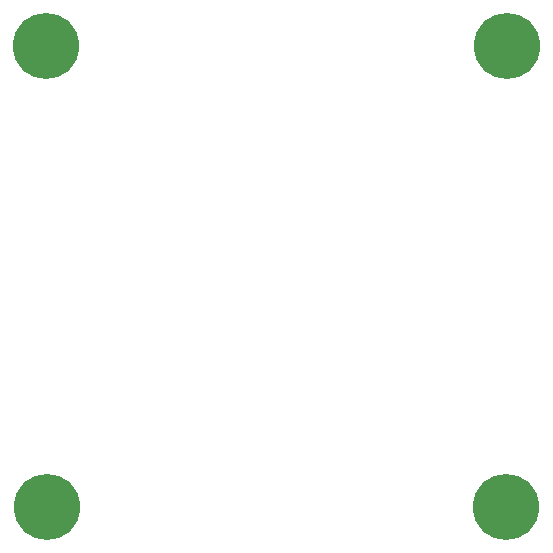
<source format=gbl>
G04 #@! TF.GenerationSoftware,KiCad,Pcbnew,5.0.1*
G04 #@! TF.CreationDate,2018-10-21T08:59:16-04:00*
G04 #@! TF.ProjectId,rocketlog,726F636B65746C6F672E6B696361645F,rev?*
G04 #@! TF.SameCoordinates,Original*
G04 #@! TF.FileFunction,Copper,L2,Bot,Signal*
G04 #@! TF.FilePolarity,Positive*
%FSLAX46Y46*%
G04 Gerber Fmt 4.6, Leading zero omitted, Abs format (unit mm)*
G04 Created by KiCad (PCBNEW 5.0.1) date Sun 21 Oct 2018 08:59:16 AM EDT*
%MOMM*%
%LPD*%
G01*
G04 APERTURE LIST*
G04 #@! TA.AperFunction,ComponentPad*
%ADD10C,5.600000*%
G04 #@! TD*
G04 APERTURE END LIST*
D10*
G04 #@! TO.P,REF\002A\002A,1*
G04 #@! TO.N,N/C*
X83006010Y-52940486D03*
G04 #@! TD*
G04 #@! TO.P,REF\002A\002A,1*
G04 #@! TO.N,N/C*
X122006010Y-52940486D03*
G04 #@! TD*
G04 #@! TO.P,REF\002A\002A,1*
G04 #@! TO.N,N/C*
X83052010Y-91914486D03*
G04 #@! TD*
G04 #@! TO.P,REF\002A\002A,1*
G04 #@! TO.N,N/C*
X121914010Y-91914486D03*
G04 #@! TD*
M02*

</source>
